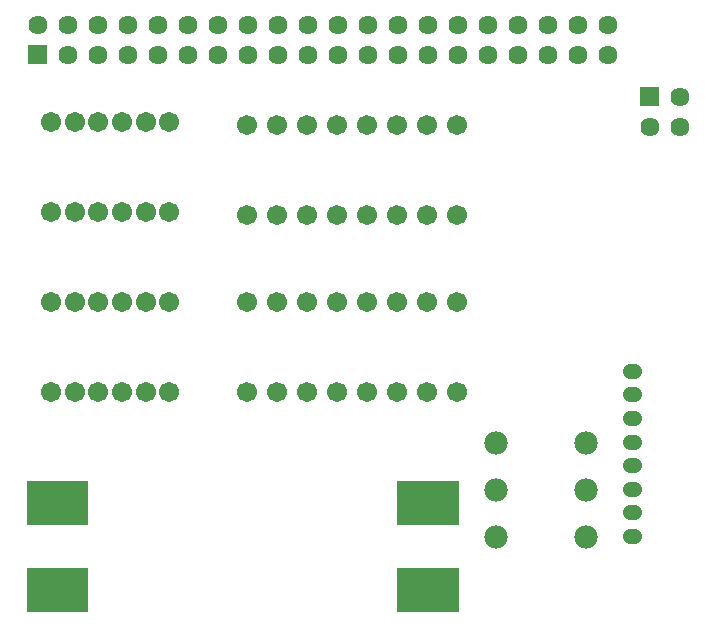
<source format=gts>
G04 Layer: TopSolderMaskLayer*
G04 EasyEDA v6.4.31, 2022-02-22 11:53:35*
G04 0e17b504a1c74eaf9c4f321eb8a460b9,d16b5419f4934f6baf9a23abf8230603,10*
G04 Gerber Generator version 0.2*
G04 Scale: 100 percent, Rotated: No, Reflected: No *
G04 Dimensions in millimeters *
G04 leading zeros omitted , absolute positions ,4 integer and 5 decimal *
%FSLAX45Y45*%
%MOMM*%

%ADD23C,1.3032*%
%ADD24C,1.6180*%
%ADD26C,1.7032*%
%ADD27C,1.9812*%
%ADD28C,1.7016*%

%LPD*%
D23*
X6550901Y5348198D02*
G01*
X6580901Y5348198D01*
X6550901Y5148198D02*
G01*
X6580901Y5148198D01*
X6550901Y4948199D02*
G01*
X6580901Y4948199D01*
X6550901Y4748199D02*
G01*
X6580901Y4748199D01*
X6550901Y4548200D02*
G01*
X6580901Y4548200D01*
X6550901Y4348200D02*
G01*
X6580901Y4348200D01*
X6550901Y4148201D02*
G01*
X6580901Y4148201D01*
X6550901Y3948201D02*
G01*
X6580901Y3948201D01*
D24*
G01*
X6974357Y7412405D03*
G36*
X1454150Y7942834D02*
G01*
X1454150Y8104631D01*
X1615947Y8104631D01*
X1615947Y7942834D01*
G37*
G01*
X1789023Y8023860D03*
G01*
X2043023Y8023860D03*
G01*
X2297023Y8023860D03*
G01*
X2551023Y8023860D03*
G01*
X2805023Y8023860D03*
G01*
X1535023Y8277860D03*
G01*
X1789023Y8277860D03*
G01*
X2043023Y8277860D03*
G01*
X2297023Y8277860D03*
G01*
X2551023Y8277860D03*
G01*
X2805023Y8277860D03*
G01*
X3059023Y8023860D03*
G01*
X3059023Y8277860D03*
G01*
X3313023Y8023860D03*
G01*
X3567023Y8023860D03*
G01*
X3821023Y8023860D03*
G01*
X4075023Y8023860D03*
G01*
X4329023Y8023860D03*
G01*
X4583023Y8023860D03*
G01*
X3313023Y8277860D03*
G01*
X3567023Y8277860D03*
G01*
X3821023Y8277860D03*
G01*
X4075023Y8277860D03*
G01*
X4329023Y8277860D03*
G01*
X4583023Y8277860D03*
G01*
X4837023Y8023860D03*
G01*
X4837023Y8277860D03*
G01*
X5091023Y8023860D03*
G01*
X5345023Y8023860D03*
G01*
X5599023Y8023860D03*
G01*
X5853023Y8023860D03*
G01*
X6107023Y8023860D03*
G01*
X6361023Y8023860D03*
G01*
X5091023Y8277860D03*
G01*
X5345023Y8277860D03*
G01*
X5599023Y8277860D03*
G01*
X5853023Y8277860D03*
G01*
X6107023Y8277860D03*
G01*
X6361023Y8277860D03*
G36*
X6629400Y7585455D02*
G01*
X6629400Y7747254D01*
X6791197Y7747254D01*
X6791197Y7585455D01*
G37*
G01*
X6974357Y7666405D03*
G01*
X6720357Y7412405D03*
D26*
G01*
X1646301Y7454900D03*
G01*
X1846326Y7454900D03*
G01*
X2046224Y7454900D03*
G01*
X2246375Y7454900D03*
G01*
X2446274Y7454900D03*
G01*
X2646425Y7454900D03*
G01*
X1646301Y6692900D03*
G01*
X1846326Y6692900D03*
G01*
X2046224Y6692900D03*
G01*
X2246375Y6692900D03*
G01*
X2446274Y6692900D03*
G01*
X2646425Y6692900D03*
G01*
X1646301Y5930900D03*
G01*
X1846326Y5930900D03*
G01*
X2046224Y5930900D03*
G01*
X2246375Y5930900D03*
G01*
X2446274Y5930900D03*
G01*
X2646425Y5930900D03*
G01*
X1646301Y5168900D03*
G01*
X1846326Y5168900D03*
G01*
X2046224Y5168900D03*
G01*
X2246375Y5168900D03*
G01*
X2446274Y5168900D03*
G01*
X2646425Y5168900D03*
D27*
G01*
X6172200Y4737100D03*
G01*
X5410200Y4737100D03*
G01*
X6172200Y4337050D03*
G01*
X5410200Y4337050D03*
G01*
X6172200Y3937000D03*
G01*
X5410200Y3937000D03*
D28*
G01*
X3302000Y6667500D03*
G01*
X3556000Y6667500D03*
G01*
X3810000Y6667500D03*
G01*
X4064000Y6667500D03*
G01*
X4318000Y6667500D03*
G01*
X4572000Y6667500D03*
G01*
X4826000Y6667500D03*
G01*
X5080000Y6667500D03*
G01*
X5080000Y7429500D03*
G01*
X4826000Y7429500D03*
G01*
X4572000Y7429500D03*
G01*
X4318000Y7429500D03*
G01*
X4064000Y7429500D03*
G01*
X3810000Y7429500D03*
G01*
X3556000Y7429500D03*
G01*
X3302000Y7429500D03*
G01*
X3302000Y5168900D03*
G01*
X3556000Y5168900D03*
G01*
X3810000Y5168900D03*
G01*
X4064000Y5168900D03*
G01*
X4318000Y5168900D03*
G01*
X4572000Y5168900D03*
G01*
X4826000Y5168900D03*
G01*
X5080000Y5168900D03*
G01*
X5080000Y5930900D03*
G01*
X4826000Y5930900D03*
G01*
X4572000Y5930900D03*
G01*
X4318000Y5930900D03*
G01*
X4064000Y5930900D03*
G01*
X3810000Y5930900D03*
G01*
X3556000Y5930900D03*
G01*
X3302000Y5930900D03*
G36*
X1441704Y4043934D02*
G01*
X1441704Y4414265D01*
X1961895Y4414265D01*
X1961895Y4043934D01*
G37*
G36*
X1441704Y3307334D02*
G01*
X1441704Y3677665D01*
X1961895Y3677665D01*
X1961895Y3307334D01*
G37*
G36*
X4578604Y3307334D02*
G01*
X4578604Y3677665D01*
X5098795Y3677665D01*
X5098795Y3307334D01*
G37*
G36*
X4578604Y4043934D02*
G01*
X4578604Y4414265D01*
X5098795Y4414265D01*
X5098795Y4043934D01*
G37*
M02*

</source>
